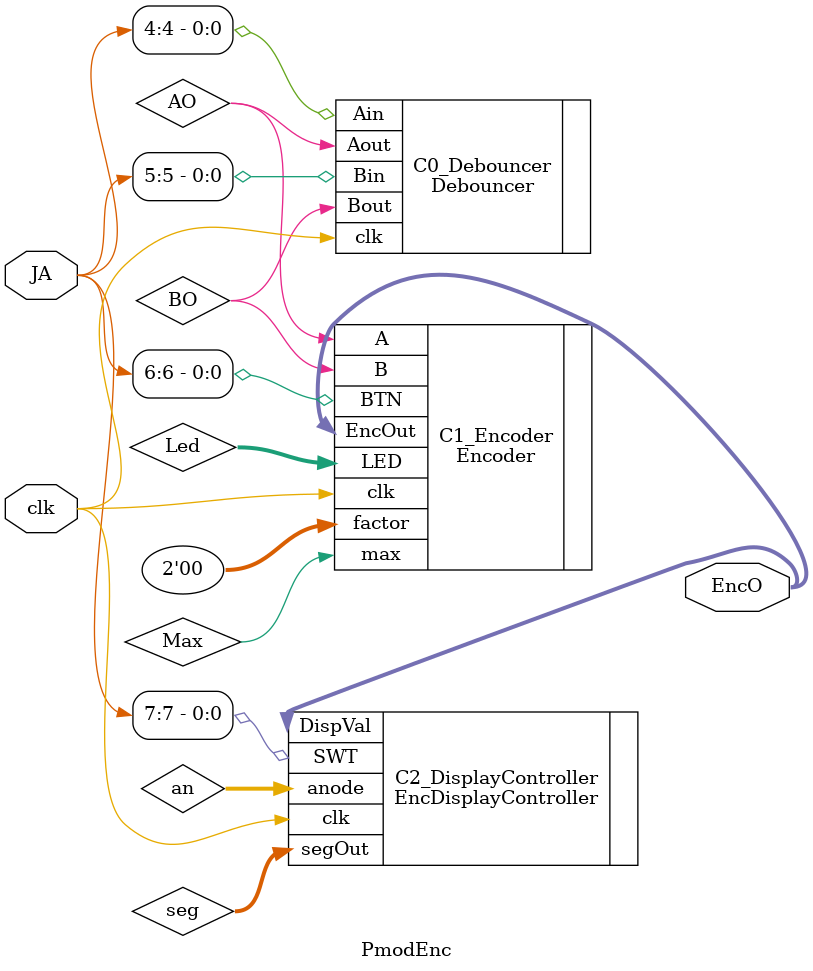
<source format=v>
`timescale 1ns / 1ps
module PmodEnc(
    clk,
    JA,
    EncO
    );

	 // ===========================================================================
	 // 										Port Declarations
	 // ===========================================================================
    input clk;
    input [7:4] JA;
    output [7:0]EncO;

	 // ===========================================================================
	 // 							  Parameters, Regsiters, and Wires
	 // ===========================================================================
	 wire [3:0] an;
	 wire [6:0] seg;
	 wire [1:0] Led;
	 
	 wire [7:0] EncO;
	 
	 parameter max = 8'd120;
	 parameter factor = 2'd0;
	 
	 // ===========================================================================
	 // 										Implementation
	 // ===========================================================================
 	 Debouncer C0_Debouncer (
				  .clk(clk),
				  .Ain(JA[4]),
				  .Bin(JA[5]),
				  .Aout(AO),
				  .Bout(BO)
	 );
	 
 	Encoder C1_Encoder (
				  .clk(clk),
				  .A(AO),
				  .B(BO),
				  .max(Max),
				  .factor(factor),
				  .BTN(JA[6]),
				  .EncOut(EncO),
				.LED(Led)
	 ); 

 	 EncDisplayController C2_DisplayController (
				  .clk(clk),
				  .SWT(JA[7]),
				  .DispVal(EncO),
				  .anode(an),
				  .segOut(seg)
	 );
endmodule
</source>
